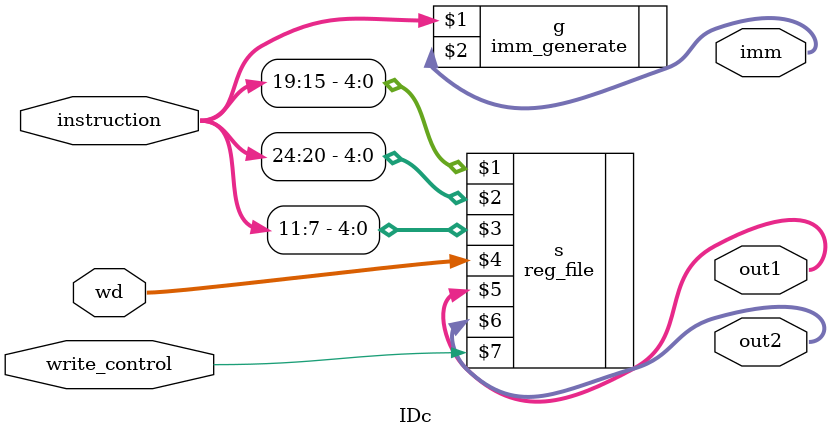
<source format=v>
/*
member 1:
            Name : Masthanaiah Chintamani
            Roll : 191CS115
member 2:
            Name : LSV Sandeep 
            Roll : 191CS226
Module Name :
            instruction decode stage
Date of creation : 25rd March,2021
Date of submission : 29th March,2021

*/

//it uses register file and immmediate generator
module IDc(write_control,wd,instruction,out1,out2,imm);
input [63:0] wd;

input write_control;
output [63:0] out1,out2,imm;
input [31:0] instruction;
//main control is implemented in futher assignments
reg_file s(instruction[19:15],instruction[24:20],instruction[11:7],wd,out1,out2,write_control);
imm_generate g(instruction,imm);


endmodule
</source>
